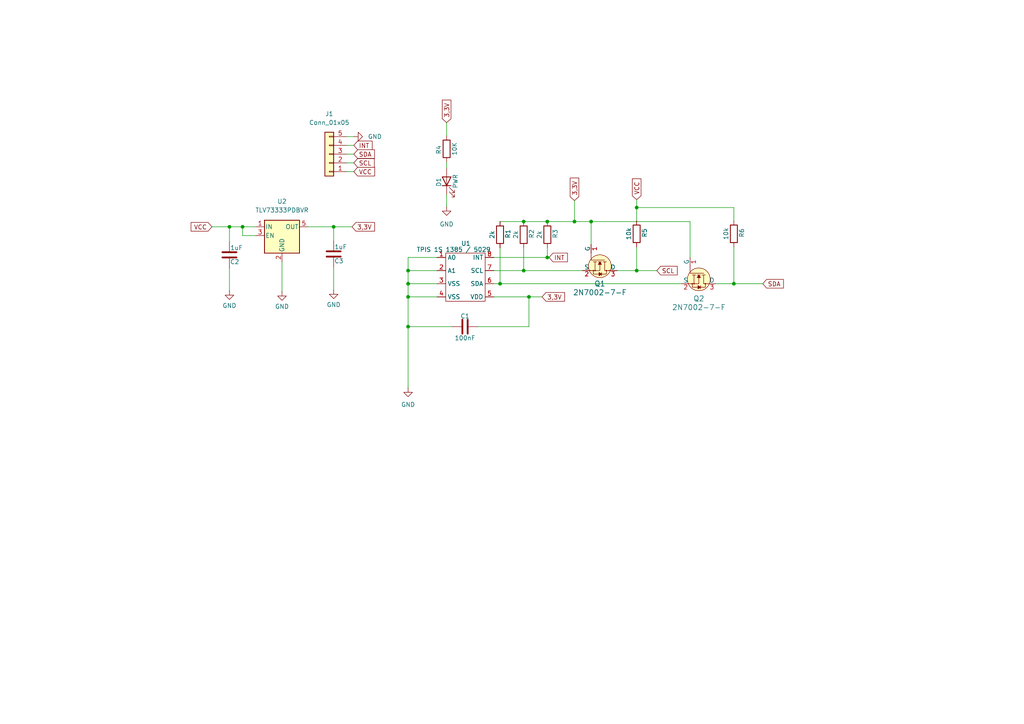
<source format=kicad_sch>
(kicad_sch (version 20231120) (generator "eeschema") (generator_version "8.0")
  (paper "A4")
  (lib_symbols
    (symbol "Connector_Generic:Conn_01x05" (pin_names (offset 1.016) hide)
      (property "Reference" "J" (at 0 7.62 0))
      (property "Value" "Conn_01x05" (at 0 -7.62 0))
      (symbol "Conn_01x05_1_1"
        (rectangle (start -1.27 -4.953) (end 0 -5.207) (stroke (width 0.1524)))
        (rectangle (start -1.27 -2.413) (end 0 -2.667) (stroke (width 0.1524)))
        (rectangle (start -1.27 0.127) (end 0 -0.127) (stroke (width 0.1524)))
        (rectangle (start -1.27 2.667) (end 0 2.413) (stroke (width 0.1524)))
        (rectangle (start -1.27 5.207) (end 0 4.953) (stroke (width 0.1524)))
        (rectangle (start -1.27 6.35) (end 1.27 -6.35) (stroke (width 0.254)) (fill (type background)))
        (pin passive line (at -5.08 5.08 0) (length 3.81) (name "Pin_1") (number "1"))
        (pin passive line (at -5.08 2.54 0) (length 3.81) (name "Pin_2") (number "2"))
        (pin passive line (at -5.08 0 0) (length 3.81) (name "Pin_3") (number "3"))
        (pin passive line (at -5.08 -2.54 0) (length 3.81) (name "Pin_4") (number "4"))
        (pin passive line (at -5.08 -5.08 0) (length 3.81) (name "Pin_5") (number "5"))
      )
    )
    (symbol "Device:C" (pin_numbers hide) (pin_names (offset 0.254))
      (property "Reference" "C" (at 0.635 2.54 0))
      (property "Value" "C" (at 0.635 -2.54 0))
      (symbol "C_0_1"
        (polyline (pts (xy -2.032 -0.762) (xy 2.032 -0.762)) (stroke (width 0.508)))
        (polyline (pts (xy -2.032 0.762) (xy 2.032 0.762)) (stroke (width 0.508)))
      )
      (symbol "C_1_1"
        (pin passive line (at 0 3.81 270) (length 2.794) (name "~") (number "1"))
        (pin passive line (at 0 -3.81 90) (length 2.794) (name "~") (number "2"))
      )
    )
    (symbol "Device:LED" (pin_numbers hide) (pin_names (offset 1.016) hide)
      (property "Reference" "D" (at 0 2.54 0))
      (property "Value" "LED" (at 0 -2.54 0))
      (symbol "LED_0_1"
        (polyline (pts (xy -1.27 -1.27) (xy -1.27 1.27)) (stroke (width 0.254)))
        (polyline (pts (xy -1.27 0) (xy 1.27 0)))
        (polyline (pts (xy 1.27 -1.27) (xy 1.27 1.27) (xy -1.27 0) (xy 1.27 -1.27)) (stroke (width 0.254)))
        (polyline (pts (xy -3.048 -0.762) (xy -4.572 -2.286) (xy -3.81 -2.286) (xy -4.572 -2.286) (xy -4.572 -1.524)))
        (polyline (pts (xy -1.778 -0.762) (xy -3.302 -2.286) (xy -2.54 -2.286) (xy -3.302 -2.286) (xy -3.302 -1.524)))
      )
      (symbol "LED_1_1"
        (pin passive line (at -3.81 0 0) (length 2.54) (name "K") (number "1"))
        (pin passive line (at 3.81 0 180) (length 2.54) (name "A") (number "2"))
      )
    )
    (symbol "Device:R" (pin_numbers hide) (pin_names (offset 0))
      (property "Reference" "R" (at 2.032 0 90))
      (property "Value" "R" (at 0 0 90))
      (symbol "R_0_1"
        (rectangle (start -1.016 -2.54) (end 1.016 2.54) (stroke (width 0.254)))
      )
      (symbol "R_1_1"
        (pin passive line (at 0 3.81 270) (length 1.27) (name "~") (number "1"))
        (pin passive line (at 0 -3.81 90) (length 1.27) (name "~") (number "2"))
      )
    )
    (symbol "Regulator_Linear:TLV73310PDBV" (pin_names (offset 0.254))
      (property "Reference" "U" (at -3.81 5.715 0))
      (property "Value" "TLV73310PDBV" (at 0 5.715 0))
      (symbol "TLV73310PDBV_0_1"
        (rectangle (start -5.08 4.445) (end 5.08 -5.08) (stroke (width 0.254)) (fill (type background)))
      )
      (symbol "TLV73310PDBV_1_1"
        (pin power_in line (at -7.62 2.54 0) (length 2.54) (name "IN") (number "1"))
        (pin power_in line (at 0 -7.62 90) (length 2.54) (name "GND") (number "2"))
        (pin input line (at -7.62 0 0) (length 2.54) (name "EN") (number "3"))
        (pin no_connect line (at 5.08 0 180) (length 2.54) hide (name "NC") (number "4"))
        (pin power_out line (at 7.62 2.54 180) (length 2.54) (name "OUT") (number "5"))
      )
    )
    (symbol "SıcaklıkSensoru:Temperature"
      (property "Reference" "U?" (at 5.715 3.302 0))
      (property "Value" "~" (at 5.715 2.032 0))
      (symbol "Temperature_0_1"
        (rectangle (start 0 0) (end 11.43 -13.97))
      )
      (symbol "Temperature_1_1"
        (pin input line (at -2.54 -1.27 0) (length 2.54) (name "A0") (number "1"))
        (pin input line (at -2.54 -5.08 0) (length 2.54) (name "A1") (number "2"))
        (pin input line (at -2.54 -8.89 0) (length 2.54) (name "VSS") (number "3"))
        (pin input line (at -2.54 -12.7 0) (length 2.54) (name "VSS") (number "4"))
        (pin input line (at 13.97 -12.7 180) (length 2.54) (name "VDD") (number "5"))
        (pin input line (at 13.97 -8.89 180) (length 2.54) (name "SDA") (number "6"))
        (pin input line (at 13.97 -5.08 180) (length 2.54) (name "SCL") (number "7"))
        (pin input line (at 13.97 -1.27 180) (length 2.54) (name "INT") (number "8"))
      )
    )
    (symbol "dk_Transistors-FETs-MOSFETs-Single:2N7002-7-F" (pin_names (offset 0))
      (property "Reference" "Q" (at -2.6924 3.6322 0))
      (property "Value" "2N7002-7-F" (at 3.4544 0 90))
      (symbol "2N7002-7-F_0_1"
        (circle (center -1.27 0) (radius 3.302) (fill (type background)))
        (circle (center 0 -1.905) (radius 0.127))
        (circle (center 0 -1.397) (radius 0.127))
        (polyline (pts (xy 0 -1.397) (xy -2.54 -1.397)))
        (polyline (pts (xy -5.08 -2.54) (xy -3.048 -2.54) (xy -3.048 1.397)))
        (polyline (pts (xy 0 -2.54) (xy 0 0) (xy -2.54 0)))
        (polyline (pts (xy 0 2.54) (xy 0 1.397) (xy -2.54 1.397)))
        (polyline (pts (xy -0.127 -1.905) (xy 1.016 -1.905) (xy 1.016 1.397) (xy 1.016 1.905) (xy -0.127 1.905)))
        (circle (center 0 1.905) (radius 0.127))
      )
      (symbol "2N7002-7-F_1_1"
        (polyline (pts (xy -2.54 -1.397) (xy -2.54 -1.905)))
        (polyline (pts (xy -2.54 -1.397) (xy -2.54 -0.889)))
        (polyline (pts (xy -2.54 0) (xy -2.54 -0.508)))
        (polyline (pts (xy -2.54 0) (xy -2.54 0.508)))
        (polyline (pts (xy -2.54 1.905) (xy -2.54 0.889)))
        (polyline (pts (xy 1.524 0.508) (xy 0.508 0.508)))
        (polyline (pts (xy -2.54 0) (xy -1.778 0.508) (xy -1.778 -0.508) (xy -2.54 0)) (fill (type outline)))
        (polyline (pts (xy 1.016 0.508) (xy 0.508 -0.254) (xy 1.524 -0.254) (xy 1.016 0.508)) (fill (type outline)))
        (pin bidirectional line (at -7.62 -2.54 0) (length 2.54) (name "G") (number "1"))
        (pin bidirectional line (at 0 -5.08 90) (length 2.54) (name "S") (number "2"))
        (pin bidirectional line (at 0 5.08 270) (length 2.54) (name "D") (number "3"))
      )
    )
    (symbol "power:GND" (power) (pin_numbers hide) (pin_names (offset 0) hide)
      (property "Value" "GND" (at 0 -3.81 0))
      (symbol "GND_0_1"
        (polyline (pts (xy 0 0) (xy 0 -1.27) (xy 1.27 -1.27) (xy 0 -2.54) (xy -1.27 -1.27) (xy 0 -1.27)))
      )
      (symbol "GND_1_1"
        (pin power_in line (at 0 0 270) (length 0) (name "~") (number "1"))
      )
    )
    (symbol "power:GND3" (power) (pin_numbers hide) (pin_names (offset 0) hide)
      (property "Value" "GND3" (at 0 -3.81 0))
      (symbol "GND3_0_1"
        (polyline (pts (xy 0 0) (xy 0 -1.27) (xy 1.27 -1.27) (xy 0 -2.54) (xy -1.27 -1.27) (xy 0 -1.27)))
      )
      (symbol "GND3_1_1"
        (pin power_in line (at 0 0 270) (length 0) (name "~") (number "1"))
      )
    )
  )
  (junction (at 151.892 78.486))
  (junction (at 153.416 86.106))
  (junction (at 66.548 65.786))
  (junction (at 145.034 82.296))
  (junction (at 184.658 78.486))
  (junction (at 70.358 65.786))
  (junction (at 171.45 64.262))
  (junction (at 184.658 60.198))
  (junction (at 212.852 82.296))
  (junction (at 158.75 64.262))
  (junction (at 96.774 65.786))
  (junction (at 118.364 94.742))
  (junction (at 118.364 82.296))
  (junction (at 118.364 78.486))
  (junction (at 166.624 64.262))
  (junction (at 151.892 64.262))
  (junction (at 158.75 74.676))
  (junction (at 118.364 86.106))
  (wire (pts (xy 66.548 77.724) (xy 66.548 84.328)))
  (wire (pts (xy 129.54 46.99) (xy 129.54 48.768)))
  (wire (pts (xy 184.658 57.912) (xy 184.658 60.198)))
  (wire (pts (xy 129.54 59.944) (xy 129.54 56.388)))
  (wire (pts (xy 200.152 74.676) (xy 200.152 64.262)))
  (wire (pts (xy 197.612 82.296) (xy 145.034 82.296)))
  (wire (pts (xy 212.852 64.008) (xy 212.852 60.198)))
  (wire (pts (xy 166.624 64.262) (xy 158.75 64.262)))
  (wire (pts (xy 96.774 77.47) (xy 96.774 84.074)))
  (wire (pts (xy 184.658 78.486) (xy 190.5 78.486)))
  (wire (pts (xy 66.548 65.786) (xy 70.358 65.786)))
  (wire (pts (xy 61.468 65.786) (xy 66.548 65.786)))
  (wire (pts (xy 138.684 94.742) (xy 153.416 94.742)))
  (wire (pts (xy 118.364 86.106) (xy 118.364 94.742)))
  (wire (pts (xy 66.548 65.786) (xy 66.548 70.104)))
  (wire (pts (xy 179.07 78.486) (xy 184.658 78.486)))
  (wire (pts (xy 184.658 60.198) (xy 184.658 64.008)))
  (wire (pts (xy 118.364 74.676) (xy 126.746 74.676)))
  (wire (pts (xy 145.034 64.262) (xy 151.892 64.262)))
  (wire (pts (xy 143.256 78.486) (xy 151.892 78.486)))
  (wire (pts (xy 153.416 86.106) (xy 157.226 86.106)))
  (wire (pts (xy 153.416 86.106) (xy 153.416 94.742)))
  (wire (pts (xy 118.364 94.742) (xy 118.364 112.522)))
  (wire (pts (xy 143.256 82.296) (xy 145.034 82.296)))
  (wire (pts (xy 212.852 82.296) (xy 207.772 82.296)))
  (wire (pts (xy 70.358 65.786) (xy 74.168 65.786)))
  (wire (pts (xy 151.892 71.882) (xy 151.892 78.486)))
  (wire (pts (xy 89.408 65.786) (xy 96.774 65.786)))
  (wire (pts (xy 212.852 60.198) (xy 184.658 60.198)))
  (wire (pts (xy 102.616 39.624) (xy 100.584 39.624)))
  (wire (pts (xy 151.892 64.262) (xy 158.75 64.262)))
  (wire (pts (xy 151.892 78.486) (xy 168.91 78.486)))
  (wire (pts (xy 81.788 75.946) (xy 81.788 84.582)))
  (wire (pts (xy 158.75 74.676) (xy 159.258 74.676)))
  (wire (pts (xy 102.616 49.784) (xy 100.584 49.784)))
  (wire (pts (xy 118.364 86.106) (xy 126.746 86.106)))
  (wire (pts (xy 96.774 65.786) (xy 102.108 65.786)))
  (wire (pts (xy 143.256 74.676) (xy 158.75 74.676)))
  (wire (pts (xy 171.45 64.262) (xy 200.152 64.262)))
  (wire (pts (xy 96.774 65.786) (xy 96.774 69.85)))
  (wire (pts (xy 118.364 82.296) (xy 118.364 86.106)))
  (wire (pts (xy 102.616 44.704) (xy 100.584 44.704)))
  (wire (pts (xy 184.658 71.628) (xy 184.658 78.486)))
  (wire (pts (xy 118.364 94.742) (xy 131.064 94.742)))
  (wire (pts (xy 70.358 65.786) (xy 70.358 68.326)))
  (wire (pts (xy 145.034 71.882) (xy 145.034 82.296)))
  (wire (pts (xy 171.45 70.866) (xy 171.45 64.262)))
  (wire (pts (xy 118.364 78.486) (xy 118.364 82.296)))
  (wire (pts (xy 129.54 35.56) (xy 129.54 39.37)))
  (wire (pts (xy 118.364 74.676) (xy 118.364 78.486)))
  (wire (pts (xy 70.358 68.326) (xy 74.168 68.326)))
  (wire (pts (xy 102.616 47.244) (xy 100.584 47.244)))
  (wire (pts (xy 212.852 82.296) (xy 221.234 82.296)))
  (wire (pts (xy 166.624 58.166) (xy 166.624 64.262)))
  (wire (pts (xy 102.616 42.164) (xy 100.584 42.164)))
  (wire (pts (xy 166.624 64.262) (xy 171.45 64.262)))
  (wire (pts (xy 158.75 71.882) (xy 158.75 74.676)))
  (wire (pts (xy 212.852 71.628) (xy 212.852 82.296)))
  (wire (pts (xy 118.364 78.486) (xy 126.746 78.486)))
  (wire (pts (xy 118.364 82.296) (xy 126.746 82.296)))
  (wire (pts (xy 143.256 86.106) (xy 153.416 86.106)))
  (global_label "3,3V" (shape input) (at 129.54 35.56 90) (property "Intersheetrefs" "${INTERSHEET_REFS}" (effects (hide yes))))
  (global_label "VCC" (shape input) (at 61.468 65.786 180) (property "Intersheetrefs" "${INTERSHEET_REFS}" (effects (hide yes))))
  (global_label "VCC" (shape input) (at 102.616 49.784 0) (property "Intersheetrefs" "${INTERSHEET_REFS}" (effects (hide yes))))
  (global_label "INT" (shape input) (at 159.258 74.676 0) (property "Intersheetrefs" "${INTERSHEET_REFS}" (effects (hide yes))))
  (global_label "3,3V" (shape input) (at 102.108 65.786 0) (property "Intersheetrefs" "${INTERSHEET_REFS}" (effects (hide yes))))
  (global_label "3,3V" (shape input) (at 157.226 86.106 0) (property "Intersheetrefs" "${INTERSHEET_REFS}" (effects (hide yes))))
  (global_label "SCL" (shape input) (at 102.616 47.244 0) (property "Intersheetrefs" "${INTERSHEET_REFS}" (effects (hide yes))))
  (global_label "SCL" (shape input) (at 190.5 78.486 0) (property "Intersheetrefs" "${INTERSHEET_REFS}" (effects (hide yes))))
  (global_label "3,3V" (shape input) (at 166.624 58.166 90) (property "Intersheetrefs" "${INTERSHEET_REFS}" (effects (hide yes))))
  (global_label "INT" (shape input) (at 102.616 42.164 0) (property "Intersheetrefs" "${INTERSHEET_REFS}" (effects (hide yes))))
  (global_label "SDA" (shape input) (at 102.616 44.704 0) (property "Intersheetrefs" "${INTERSHEET_REFS}" (effects (hide yes))))
  (global_label "SDA" (shape input) (at 221.234 82.296 0) (property "Intersheetrefs" "${INTERSHEET_REFS}" (effects (hide yes))))
  (global_label "VCC" (shape input) (at 184.658 57.912 90) (property "Intersheetrefs" "${INTERSHEET_REFS}" (effects (hide yes))))
  (symbol (lib_id "dk_Transistors-FETs-MOSFETs-Single:2N7002-7-F") (at 173.99 78.486 270) (unit 1)
    (property "Reference" "Q1" (at 173.99 82.296 90) (effects (font (size 1.524 1.524))))
    (property "Value" "2N7002-7-F" (at 173.99 84.836 90) (effects (font (size 1.524 1.524))))
    (property "Footprint" "digikey-footprints:SOT-23-3" (effects (hide yes)))
    (property "Datasheet" "https://www.diodes.com/assets/Datasheets/ds11303.pdf" (effects (hide yes)))
    (property "Description" "MOSFET N-CH 60V 115MA SOT23-3" (effects (hide yes)))
    (property "MPN" "2N7002_R1_00001 " (effects (hide yes)))
    (property "Category" "Discrete Semiconductor Products" (effects (hide yes)))
    (property "Family" "Transistors - FETs, MOSFETs - Single" (effects (hide yes)))
    (property "DK_Datasheet_Link" "https://www.diodes.com/assets/Datasheets/ds11303.pdf" (effects (hide yes)))
    (property "DK_Detail_Page" "/product-detail/en/diodes-incorporated/2N7002-7-F/2N7002-FDICT-ND/717800" (effects (hide yes)))
    (property "Manufacturer" "Diodes Incorporated" (effects (hide yes)))
    (property "Status" "Active" (effects (hide yes)))
  )
  (symbol (lib_id "power:GND") (at 81.788 84.582 0) (unit 1)
    (property "Reference" "#PWR03" (effects (hide yes)))
    (property "Value" "GND" (at 81.788 88.9 0))
    (property "Description" "Power symbol creates a global label with name \"GND\" , ground" (effects (hide yes)))
  )
  (symbol (lib_id "power:GND") (at 66.548 84.328 0) (unit 1)
    (property "Reference" "#PWR04" (effects (hide yes)))
    (property "Value" "GND" (at 66.548 88.646 0))
    (property "Description" "Power symbol creates a global label with name \"GND\" , ground" (effects (hide yes)))
  )
  (symbol (lib_id "dk_Transistors-FETs-MOSFETs-Single:2N7002-7-F") (at 202.692 82.296 270) (unit 1)
    (property "Reference" "Q2" (at 202.692 86.614 90) (effects (font (size 1.524 1.524))))
    (property "Value" "2N7002-7-F" (at 202.692 89.154 90) (effects (font (size 1.524 1.524))))
    (property "Footprint" "digikey-footprints:SOT-23-3" (effects (hide yes)))
    (property "Datasheet" "https://www.diodes.com/assets/Datasheets/ds11303.pdf" (effects (hide yes)))
    (property "Description" "MOSFET N-CH 60V 115MA SOT23-3" (effects (hide yes)))
    (property "MPN" "2N7002_R1_00001 " (effects (hide yes)))
    (property "Category" "Discrete Semiconductor Products" (effects (hide yes)))
    (property "Family" "Transistors - FETs, MOSFETs - Single" (effects (hide yes)))
    (property "DK_Datasheet_Link" "https://www.diodes.com/assets/Datasheets/ds11303.pdf" (effects (hide yes)))
    (property "DK_Detail_Page" "/product-detail/en/diodes-incorporated/2N7002-7-F/2N7002-FDICT-ND/717800" (effects (hide yes)))
    (property "Manufacturer" "Diodes Incorporated" (effects (hide yes)))
    (property "Status" "Active" (effects (hide yes)))
  )
  (symbol (lib_id "Device:C") (at 96.774 73.66 0) (unit 1)
    (property "Reference" "C3" (at 98.298 75.692 0))
    (property "Value" "1uF" (at 98.806 71.628 0))
    (property "Footprint" "Capacitor_SMD:C_0603_1608Metric" (effects (hide yes)))
    (property "Description" "Unpolarized capacitor" (effects (hide yes)))
    (property "MPN" "CL10A105KO8NNNC " (effects (hide yes)))
  )
  (symbol (lib_id "Device:R") (at 212.852 67.818 180) (unit 1)
    (property "Reference" "R6" (at 215.138 67.564 90))
    (property "Value" "10k" (at 210.566 67.818 90))
    (property "Footprint" "Resistor_SMD:R_0603_1608Metric" (effects (hide yes)))
    (property "Description" "Resistor" (effects (hide yes)))
    (property "MPN" "0603SAJ0103T5E " (effects (hide yes)))
  )
  (symbol (lib_id "Device:LED") (at 129.54 52.578 90) (unit 1)
    (property "Reference" "D1" (at 127.254 52.832 0))
    (property "Value" "PWR" (at 132.08 52.578 0))
    (property "Footprint" "LED_SMD:LED_0603_1608Metric" (effects (hide yes)))
    (property "Description" "Light emitting diode" (effects (hide yes)))
    (property "MPN" "19-213USRC/S259/TR8 " (effects (hide yes)))
  )
  (symbol (lib_id "power:GND3") (at 102.616 39.624 90) (unit 1)
    (property "Reference" "#PWR02" (effects (hide yes)))
    (property "Value" "GND" (at 106.68 39.6241 90) (effects (justify right)))
    (property "Description" "Power symbol creates a global label with name \"GND3\" , ground" (effects (hide yes)))
  )
  (symbol (lib_id "Connector_Generic:Conn_01x05") (at 95.504 44.704 180) (unit 1)
    (property "Reference" "J1" (at 95.504 33.02 0))
    (property "Value" "Conn_01x05" (at 95.504 35.56 0))
    (property "Footprint" "ConnectorsBoardoza:2317-05S_1x05_P2.50mm_Vertical" (effects (hide yes)))
    (property "Description" "Generic connector, single row, 01x05, script generated (kicad-library-utils/schlib/autogen/connector/)" (effects (hide yes)))
  )
  (symbol (lib_id "SıcaklıkSensoru:Temperature") (at 129.286 73.406 0) (unit 1)
    (property "Reference" "U1" (at 135.128 70.612 0))
    (property "Value" "TPIS 1S 1385 / 5029" (at 131.572 72.39 0))
    (property "Footprint" "TemperatureSensor:Temperature SensorSMD" (effects (hide yes)))
    (property "MPN" "TPIS 1S 1385 / 5029 " (effects (hide yes)))
  )
  (symbol (lib_id "power:GND3") (at 129.54 59.944 0) (unit 1)
    (property "Reference" "#PWR06" (effects (hide yes)))
    (property "Value" "GND" (at 129.54 65.024 0))
    (property "Description" "Power symbol creates a global label with name \"GND3\" , ground" (effects (hide yes)))
  )
  (symbol (lib_id "power:GND") (at 118.364 112.522 0) (unit 1)
    (property "Reference" "#PWR01" (effects (hide yes)))
    (property "Value" "GND" (at 118.364 117.348 0))
    (property "Description" "Power symbol creates a global label with name \"GND\" , ground" (effects (hide yes)))
  )
  (symbol (lib_id "Device:R") (at 129.54 43.18 0) (unit 1)
    (property "Reference" "R4" (at 127.254 43.434 90))
    (property "Value" "10K" (at 131.826 43.18 90))
    (property "Footprint" "Resistor_SMD:R_0603_1608Metric" (effects (hide yes)))
    (property "Description" "Resistor" (effects (hide yes)))
    (property "MPN" "0603SAJ0103T5E " (effects (hide yes)))
  )
  (symbol (lib_id "Device:R") (at 145.034 68.072 180) (unit 1)
    (property "Reference" "R1" (at 147.32 67.818 90))
    (property "Value" "2k" (at 142.748 68.072 90))
    (property "Footprint" "Resistor_SMD:R_0603_1608Metric" (effects (hide yes)))
    (property "Description" "Resistor" (effects (hide yes)))
    (property "MPN" "0603SAJ0202T5E " (effects (hide yes)))
  )
  (symbol (lib_id "Device:C") (at 134.874 94.742 90) (unit 1)
    (property "Reference" "C1" (at 134.874 91.694 90))
    (property "Value" "100nF" (at 134.874 98.044 90))
    (property "Footprint" "Capacitor_SMD:C_0603_1608Metric" (effects (hide yes)))
    (property "Description" "Unpolarized capacitor" (effects (hide yes)))
    (property "MPN" "CL10B104KB8NNNC " (effects (hide yes)))
  )
  (symbol (lib_id "power:GND") (at 96.774 84.074 0) (unit 1)
    (property "Reference" "#PWR05" (effects (hide yes)))
    (property "Value" "GND" (at 96.774 88.392 0))
    (property "Description" "Power symbol creates a global label with name \"GND\" , ground" (effects (hide yes)))
  )
  (symbol (lib_id "Device:R") (at 151.892 68.072 180) (unit 1)
    (property "Reference" "R2" (at 154.178 67.818 90))
    (property "Value" "2k" (at 149.606 68.072 90))
    (property "Footprint" "Resistor_SMD:R_0603_1608Metric" (effects (hide yes)))
    (property "Description" "Resistor" (effects (hide yes)))
    (property "MPN" "0603SAJ0202T5E " (effects (hide yes)))
  )
  (symbol (lib_id "Regulator_Linear:TLV73310PDBV") (at 81.788 68.326 0) (unit 1)
    (property "Reference" "U2" (at 81.788 58.42 0))
    (property "Value" "TLV73333PDBVR" (at 81.788 60.96 0))
    (property "Footprint" "Package_TO_SOT_SMD:SOT-23-5" (effects (hide yes)))
    (property "Datasheet" "http://www.ti.com/lit/ds/symlink/tlv733p.pdf" (effects (hide yes)))
    (property "Description" "300mA Capacitor-Free Low Dropout Voltage Regulator, Fixed Output 1.0V, SOT-23-5" (effects (hide yes)))
    (property "MPN" "TLV73333PDBVR " (effects (hide yes)))
  )
  (symbol (lib_id "Device:C") (at 66.548 73.914 180) (unit 1)
    (property "Reference" "C2" (at 68.072 75.946 0))
    (property "Value" "1uF" (at 68.58 71.882 0))
    (property "Footprint" "Capacitor_SMD:C_0603_1608Metric" (effects (hide yes)))
    (property "Description" "Unpolarized capacitor" (effects (hide yes)))
    (property "MPN" "CL10A105KO8NNNC " (effects (hide yes)))
  )
  (symbol (lib_id "Device:R") (at 184.658 67.818 180) (unit 1)
    (property "Reference" "R5" (at 186.944 67.564 90))
    (property "Value" "10k" (at 182.372 67.818 90))
    (property "Footprint" "Resistor_SMD:R_0603_1608Metric" (effects (hide yes)))
    (property "Description" "Resistor" (effects (hide yes)))
    (property "MPN" "0603SAJ0103T5E " (effects (hide yes)))
  )
  (symbol (lib_id "Device:R") (at 158.75 68.072 180) (unit 1)
    (property "Reference" "R3" (at 161.036 67.818 90))
    (property "Value" "2k" (at 156.464 68.072 90))
    (property "Footprint" "Resistor_SMD:R_0603_1608Metric" (effects (hide yes)))
    (property "Description" "Resistor" (effects (hide yes)))
    (property "MPN" "0603SAJ0202T5E " (effects (hide yes)))
  )
)
</source>
